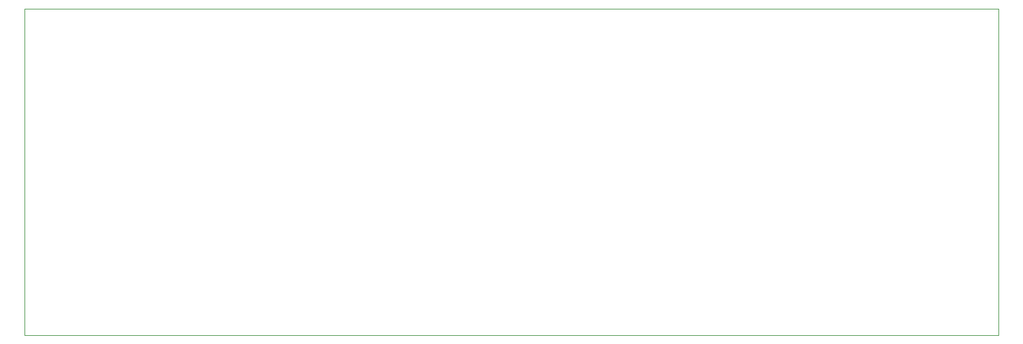
<source format=gm1>
G04 #@! TF.GenerationSoftware,KiCad,Pcbnew,7.0.8*
G04 #@! TF.CreationDate,2024-01-27T08:45:00-08:00*
G04 #@! TF.ProjectId,FacePlate,46616365-506c-4617-9465-2e6b69636164,rev?*
G04 #@! TF.SameCoordinates,Original*
G04 #@! TF.FileFunction,Profile,NP*
%FSLAX46Y46*%
G04 Gerber Fmt 4.6, Leading zero omitted, Abs format (unit mm)*
G04 Created by KiCad (PCBNEW 7.0.8) date 2024-01-27 08:45:00*
%MOMM*%
%LPD*%
G01*
G04 APERTURE LIST*
G04 #@! TA.AperFunction,Profile*
%ADD10C,0.100000*%
G04 #@! TD*
G04 APERTURE END LIST*
D10*
X100000000Y-56000000D02*
X231139694Y-56000000D01*
X100000000Y-56000000D02*
X100000000Y-100000000D01*
X231139694Y-56000000D02*
X231139694Y-100000000D01*
X100000000Y-100000000D02*
X231139694Y-100000000D01*
M02*

</source>
